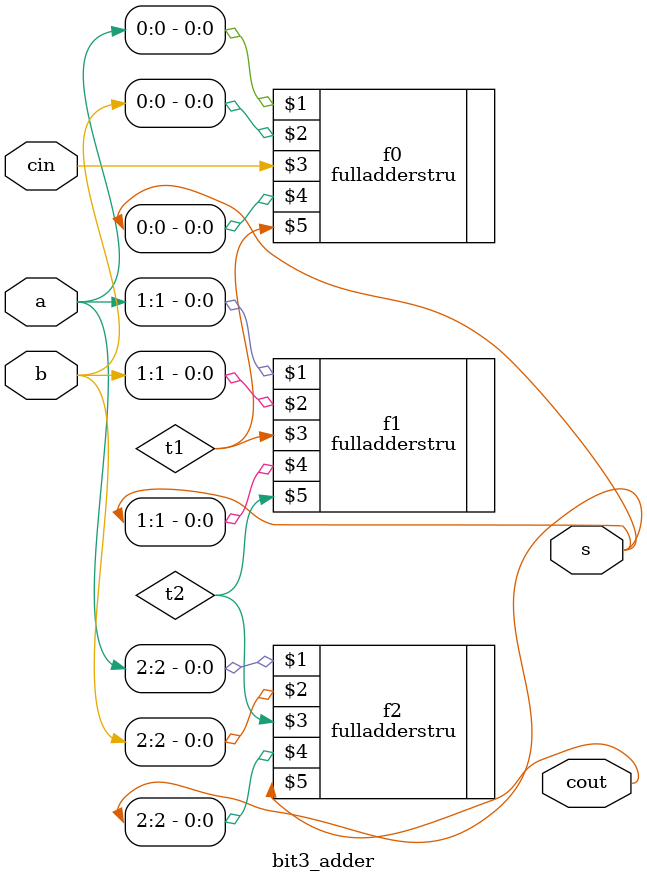
<source format=v>
`timescale 1ns / 1ps


module bit3_adder(input wire [2:0] a,input wire [2:0] b,input wire cin,output wire [2:0] s,output wire cout);
wire t1,t2;
fulladderstru f0(a[0],b[0],cin,s[0],t1);
fulladderstru f1(a[1],b[1],t1,s[1],t2);
fulladderstru f2(a[2],b[2],t2,s[2],cout);

endmodule

</source>
